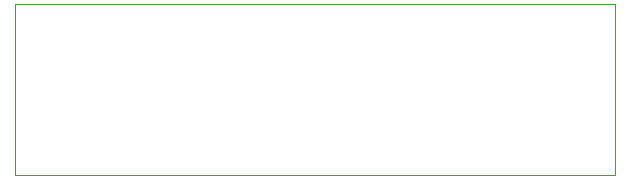
<source format=gbr>
%TF.GenerationSoftware,KiCad,Pcbnew,(5.1.4)-1*%
%TF.CreationDate,2020-11-13T13:28:28-08:00*%
%TF.ProjectId,powerglove_pcb,706f7765-7267-46c6-9f76-655f7063622e,rev?*%
%TF.SameCoordinates,Original*%
%TF.FileFunction,Profile,NP*%
%FSLAX46Y46*%
G04 Gerber Fmt 4.6, Leading zero omitted, Abs format (unit mm)*
G04 Created by KiCad (PCBNEW (5.1.4)-1) date 2020-11-13 13:28:28*
%MOMM*%
%LPD*%
G04 APERTURE LIST*
%ADD10C,0.050000*%
G04 APERTURE END LIST*
D10*
X66040000Y-68072000D02*
X66040000Y-82550000D01*
X116840000Y-68072000D02*
X66040000Y-68072000D01*
X116840000Y-82550000D02*
X116840000Y-68072000D01*
X66040000Y-82550000D02*
X116840000Y-82550000D01*
M02*

</source>
